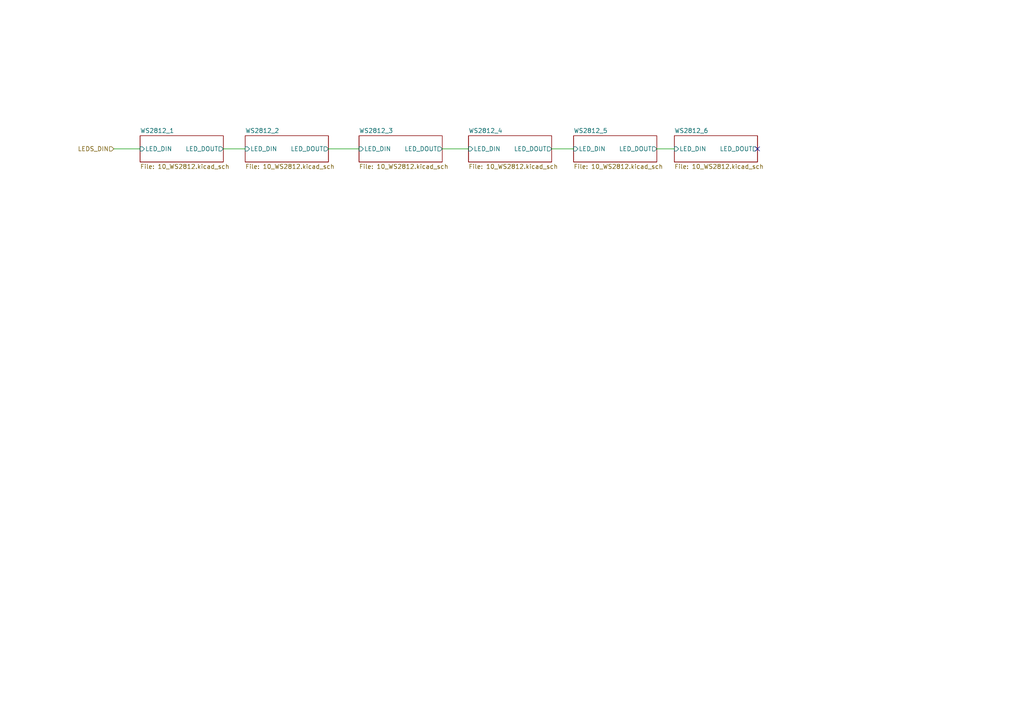
<source format=kicad_sch>
(kicad_sch (version 20211123) (generator eeschema)
  (paper "A4")
  (lib_symbols)
  (no_connect (at 219.71 43.18))
  (wire (pts (xy 160.02 43.18) (xy 166.37 43.18)))
  (wire (pts (xy 128.27 43.18) (xy 135.89 43.18)))
  (wire (pts (xy 190.5 43.18) (xy 195.58 43.18)))
  (wire (pts (xy 95.25 43.18) (xy 104.14 43.18)))
  (wire (pts (xy 64.77 43.18) (xy 71.12 43.18)))
  (wire (pts (xy 33.02 43.18) (xy 40.64 43.18)))
  (hierarchical_label "LEDS_DIN" (shape input) (at 33.02 43.18 180))
  (sheet (at 40.64 39.37) (size 24.13 7.62)
    (property "Sheet name" "WS2812_1" (at 40.64 38.6584 0) (effects (justify left bottom)))
    (property "Sheet file" "10_WS2812.kicad_sch" (at 40.64 47.5746 0) (effects (justify left top)))
    (pin "LED_DIN" input (at 40.64 43.18 180))
    (pin "LED_DOUT" output (at 64.77 43.18 0))
  )
  (sheet (at 71.12 39.37) (size 24.13 7.62)
    (property "Sheet name" "WS2812_2" (at 71.12 38.6584 0) (effects (justify left bottom)))
    (property "Sheet file" "10_WS2812.kicad_sch" (at 71.12 47.5746 0) (effects (justify left top)))
    (pin "LED_DIN" input (at 71.12 43.18 180))
    (pin "LED_DOUT" output (at 95.25 43.18 0))
  )
  (sheet (at 104.14 39.37) (size 24.13 7.62)
    (property "Sheet name" "WS2812_3" (at 104.14 38.6584 0) (effects (justify left bottom)))
    (property "Sheet file" "10_WS2812.kicad_sch" (at 104.14 47.5746 0) (effects (justify left top)))
    (pin "LED_DIN" input (at 104.14 43.18 180))
    (pin "LED_DOUT" output (at 128.27 43.18 0))
  )
  (sheet (at 135.89 39.37) (size 24.13 7.62)
    (property "Sheet name" "WS2812_4" (at 135.89 38.6584 0) (effects (justify left bottom)))
    (property "Sheet file" "10_WS2812.kicad_sch" (at 135.89 47.5746 0) (effects (justify left top)))
    (pin "LED_DIN" input (at 135.89 43.18 180))
    (pin "LED_DOUT" output (at 160.02 43.18 0))
  )
  (sheet (at 166.37 39.37) (size 24.13 7.62)
    (property "Sheet name" "WS2812_5" (at 166.37 38.6584 0) (effects (justify left bottom)))
    (property "Sheet file" "10_WS2812.kicad_sch" (at 166.37 47.5746 0) (effects (justify left top)))
    (pin "LED_DIN" input (at 166.37 43.18 180))
    (pin "LED_DOUT" output (at 190.5 43.18 0))
  )
  (sheet (at 195.58 39.37) (size 24.13 7.62)
    (property "Sheet name" "WS2812_6" (at 195.58 38.6584 0) (effects (justify left bottom)))
    (property "Sheet file" "10_WS2812.kicad_sch" (at 195.58 47.5746 0) (effects (justify left top)))
    (pin "LED_DIN" input (at 195.58 43.18 180))
    (pin "LED_DOUT" output (at 219.71 43.18 0))
  )
)
</source>
